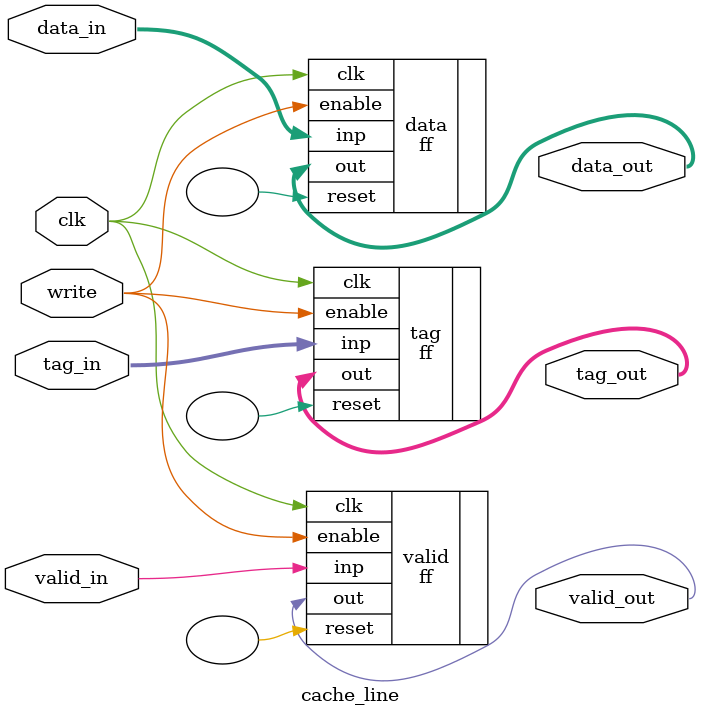
<source format=sv>
`include "utility/ff.sv"

module cache_line #(
    parameter TAG_WIDTH = 30,
    parameter DATA_WIDTH = 32
)

(
    input logic clk,
    input logic write,
    input logic valid_in,
    input logic [TAG_WIDTH - 1:0] tag_in,
    input logic [DATA_WIDTH -1:0] data_in,
    output logic valid_out,
    output logic [TAG_WIDTH - 1:0] tag_out,
    output logic [DATA_WIDTH -1:0] data_out
);

    ff valid (.clk(clk), .enable(write), .inp(valid_in), .out(valid_out), .reset());
    ff #(.WIDTH(TAG_WIDTH))  tag (.clk(clk), .enable(write), .inp(tag_in), .out(tag_out), .reset());
    ff #(.WIDTH(DATA_WIDTH)) data (.clk(clk), .enable(write), .inp(data_in), .out(data_out), .reset());

endmodule
</source>
